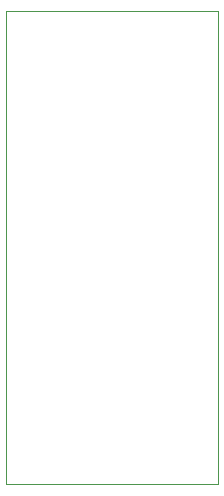
<source format=gbr>
%TF.GenerationSoftware,KiCad,Pcbnew,8.0.0*%
%TF.CreationDate,2025-07-08T12:20:57+05:30*%
%TF.ProjectId,Sensortech_flex,53656e73-6f72-4746-9563-685f666c6578,rev?*%
%TF.SameCoordinates,Original*%
%TF.FileFunction,Profile,NP*%
%FSLAX46Y46*%
G04 Gerber Fmt 4.6, Leading zero omitted, Abs format (unit mm)*
G04 Created by KiCad (PCBNEW 8.0.0) date 2025-07-08 12:20:57*
%MOMM*%
%LPD*%
G01*
G04 APERTURE LIST*
%TA.AperFunction,Profile*%
%ADD10C,0.050000*%
%TD*%
G04 APERTURE END LIST*
D10*
X80500000Y-41000000D02*
X98500000Y-41000000D01*
X98500000Y-81000000D01*
X80500000Y-81000000D01*
X80500000Y-41000000D01*
M02*

</source>
